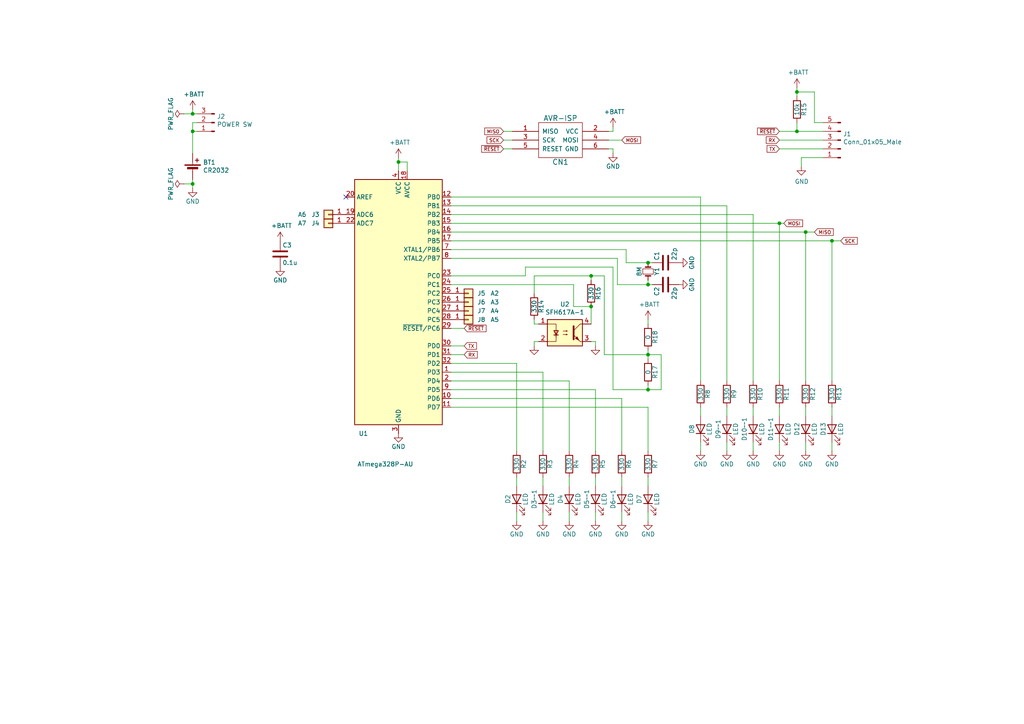
<source format=kicad_sch>
(kicad_sch (version 20230121) (generator eeschema)
  (paper "A4")
  (lib_symbols
    (symbol "Connector_Generic:Conn_01x01" (pin_names (offset 1.016) hide)
      (property "Reference" "J" (at 0 2.54 0))
      (property "Value" "Conn_01x01" (at 0 -2.54 0))
      (symbol "Conn_01x01_1_1"
        (rectangle (start -1.27 0.127) (end 0 -0.127) (stroke (width 0.1524)))
        (rectangle (start -1.27 1.27) (end 1.27 -1.27) (stroke (width 0.254)) (fill (type background)))
        (pin passive line (at -5.08 0 0) (length 3.81) (name "Pin_1") (number "1"))
      )
    )
    (symbol "Device:Battery_Cell" (pin_numbers hide) (pin_names (offset 0) hide)
      (property "Reference" "BT" (at 2.54 2.54 0))
      (property "Value" "Battery_Cell" (at 2.54 0 0))
      (symbol "Battery_Cell_0_1"
        (rectangle (start -2.286 1.778) (end 2.286 1.524) (fill (type outline)))
        (rectangle (start -1.524 1.016) (end 1.524 0.508) (fill (type outline)))
        (polyline (pts (xy 0 0.762) (xy 0 0)))
        (polyline (pts (xy 0 1.778) (xy 0 2.54)))
        (polyline (pts (xy 0.762 3.048) (xy 1.778 3.048)) (stroke (width 0.254)))
        (polyline (pts (xy 1.27 3.556) (xy 1.27 2.54)) (stroke (width 0.254)))
      )
      (symbol "Battery_Cell_1_1"
        (pin passive line (at 0 5.08 270) (length 2.54) (name "+") (number "1"))
        (pin passive line (at 0 -2.54 90) (length 2.54) (name "-") (number "2"))
      )
    )
    (symbol "Device:C" (pin_numbers hide) (pin_names (offset 0.254))
      (property "Reference" "C" (at 0.635 2.54 0))
      (property "Value" "C" (at 0.635 -2.54 0))
      (symbol "C_0_1"
        (polyline (pts (xy -2.032 -0.762) (xy 2.032 -0.762)) (stroke (width 0.508)))
        (polyline (pts (xy -2.032 0.762) (xy 2.032 0.762)) (stroke (width 0.508)))
      )
      (symbol "C_1_1"
        (pin passive line (at 0 3.81 270) (length 2.794) (name "~") (number "1"))
        (pin passive line (at 0 -3.81 90) (length 2.794) (name "~") (number "2"))
      )
    )
    (symbol "Device:Crystal_Small" (pin_numbers hide) (pin_names (offset 1.016) hide)
      (property "Reference" "Y" (at 0 2.54 0))
      (property "Value" "Crystal_Small" (at 0 -2.54 0))
      (symbol "Crystal_Small_0_1"
        (rectangle (start -0.762 -1.524) (end 0.762 1.524))
        (polyline (pts (xy -1.27 -0.762) (xy -1.27 0.762)) (stroke (width 0.381)))
        (polyline (pts (xy 1.27 -0.762) (xy 1.27 0.762)) (stroke (width 0.381)))
      )
      (symbol "Crystal_Small_1_1"
        (pin passive line (at -2.54 0 0) (length 1.27) (name "1") (number "1"))
        (pin passive line (at 2.54 0 180) (length 1.27) (name "2") (number "2"))
      )
    )
    (symbol "Device:LED" (pin_numbers hide) (pin_names (offset 1.016) hide)
      (property "Reference" "D" (at 0 2.54 0))
      (property "Value" "LED" (at 0 -2.54 0))
      (symbol "LED_0_1"
        (polyline (pts (xy -1.27 -1.27) (xy -1.27 1.27)) (stroke (width 0.254)))
        (polyline (pts (xy -1.27 0) (xy 1.27 0)))
        (polyline (pts (xy 1.27 -1.27) (xy 1.27 1.27) (xy -1.27 0) (xy 1.27 -1.27)) (stroke (width 0.254)))
        (polyline (pts (xy -3.048 -0.762) (xy -4.572 -2.286) (xy -3.81 -2.286) (xy -4.572 -2.286) (xy -4.572 -1.524)))
        (polyline (pts (xy -1.778 -0.762) (xy -3.302 -2.286) (xy -2.54 -2.286) (xy -3.302 -2.286) (xy -3.302 -1.524)))
      )
      (symbol "LED_1_1"
        (pin passive line (at -3.81 0 0) (length 2.54) (name "K") (number "1"))
        (pin passive line (at 3.81 0 180) (length 2.54) (name "A") (number "2"))
      )
    )
    (symbol "Device:R" (pin_numbers hide) (pin_names (offset 0))
      (property "Reference" "R" (at 2.032 0 90))
      (property "Value" "R" (at 0 0 90))
      (symbol "R_0_1"
        (rectangle (start -1.016 -2.54) (end 1.016 2.54) (stroke (width 0.254)))
      )
      (symbol "R_1_1"
        (pin passive line (at 0 3.81 270) (length 1.27) (name "~") (number "1"))
        (pin passive line (at 0 -3.81 90) (length 1.27) (name "~") (number "2"))
      )
    )
    (symbol "Isolator:SFH617A-1" (pin_names (offset 1.016))
      (property "Reference" "U" (at -5.08 5.08 0))
      (property "Value" "SFH617A-1" (at 0 5.08 0))
      (symbol "SFH617A-1_0_1"
        (rectangle (start -5.08 3.81) (end 5.08 -3.81) (stroke (width 0.254)) (fill (type background)))
        (polyline (pts (xy -3.175 -0.635) (xy -1.905 -0.635)) (stroke (width 0.254)))
        (polyline (pts (xy 2.54 0.635) (xy 4.445 2.54)))
        (polyline (pts (xy 4.445 -2.54) (xy 2.54 -0.635)) (fill (type outline)))
        (polyline (pts (xy 4.445 -2.54) (xy 5.08 -2.54)))
        (polyline (pts (xy 4.445 2.54) (xy 5.08 2.54)))
        (polyline (pts (xy -2.54 -0.635) (xy -2.54 -2.54) (xy -5.08 -2.54)))
        (polyline (pts (xy 2.54 1.905) (xy 2.54 -1.905) (xy 2.54 -1.905)) (stroke (width 0.508)))
        (polyline (pts (xy -5.08 2.54) (xy -2.54 2.54) (xy -2.54 -1.27) (xy -2.54 0.635)))
        (polyline (pts (xy -2.54 -0.635) (xy -3.175 0.635) (xy -1.905 0.635) (xy -2.54 -0.635)) (stroke (width 0.254)))
        (polyline (pts (xy -0.508 -0.508) (xy 0.762 -0.508) (xy 0.381 -0.635) (xy 0.381 -0.381) (xy 0.762 -0.508)))
        (polyline (pts (xy -0.508 0.508) (xy 0.762 0.508) (xy 0.381 0.381) (xy 0.381 0.635) (xy 0.762 0.508)))
        (polyline (pts (xy 3.048 -1.651) (xy 3.556 -1.143) (xy 4.064 -2.159) (xy 3.048 -1.651) (xy 3.048 -1.651)) (fill (type outline)))
      )
      (symbol "SFH617A-1_1_1"
        (pin passive line (at -7.62 2.54 0) (length 2.54) (name "~") (number "1"))
        (pin passive line (at -7.62 -2.54 0) (length 2.54) (name "~") (number "2"))
        (pin passive line (at 7.62 -2.54 180) (length 2.54) (name "~") (number "3"))
        (pin passive line (at 7.62 2.54 180) (length 2.54) (name "~") (number "4"))
      )
    )
    (symbol "coaster-rescue:ATmega328P-AU-MCU_Microchip_ATmega"
      (property "Reference" "U" (at -12.7 36.83 0))
      (property "Value" "ATmega328P-AU-MCU_Microchip_ATmega" (at 2.54 -36.83 0))
      (symbol "ATmega328P-AU-MCU_Microchip_ATmega_0_1"
        (rectangle (start -12.7 -35.56) (end 12.7 35.56) (stroke (width 0.254)) (fill (type background)))
      )
      (symbol "ATmega328P-AU-MCU_Microchip_ATmega_1_1"
        (pin bidirectional line (at 15.24 -20.32 180) (length 2.54) (name "PD3") (number "1"))
        (pin bidirectional line (at 15.24 -27.94 180) (length 2.54) (name "PD6") (number "10"))
        (pin bidirectional line (at 15.24 -30.48 180) (length 2.54) (name "PD7") (number "11"))
        (pin bidirectional line (at 15.24 30.48 180) (length 2.54) (name "PB0") (number "12"))
        (pin bidirectional line (at 15.24 27.94 180) (length 2.54) (name "PB1") (number "13"))
        (pin bidirectional line (at 15.24 25.4 180) (length 2.54) (name "PB2") (number "14"))
        (pin bidirectional line (at 15.24 22.86 180) (length 2.54) (name "PB3") (number "15"))
        (pin bidirectional line (at 15.24 20.32 180) (length 2.54) (name "PB4") (number "16"))
        (pin bidirectional line (at 15.24 17.78 180) (length 2.54) (name "PB5") (number "17"))
        (pin power_in line (at 2.54 38.1 270) (length 2.54) (name "AVCC") (number "18"))
        (pin input line (at -15.24 25.4 0) (length 2.54) (name "ADC6") (number "19"))
        (pin bidirectional line (at 15.24 -22.86 180) (length 2.54) (name "PD4") (number "2"))
        (pin input line (at -15.24 30.48 0) (length 2.54) (name "AREF") (number "20"))
        (pin passive line (at 0 -38.1 90) (length 2.54) hide (name "GND") (number "21"))
        (pin input line (at -15.24 22.86 0) (length 2.54) (name "ADC7") (number "22"))
        (pin bidirectional line (at 15.24 7.62 180) (length 2.54) (name "PC0") (number "23"))
        (pin bidirectional line (at 15.24 5.08 180) (length 2.54) (name "PC1") (number "24"))
        (pin bidirectional line (at 15.24 2.54 180) (length 2.54) (name "PC2") (number "25"))
        (pin bidirectional line (at 15.24 0 180) (length 2.54) (name "PC3") (number "26"))
        (pin bidirectional line (at 15.24 -2.54 180) (length 2.54) (name "PC4") (number "27"))
        (pin bidirectional line (at 15.24 -5.08 180) (length 2.54) (name "PC5") (number "28"))
        (pin bidirectional line (at 15.24 -7.62 180) (length 2.54) (name "~{RESET}/PC6") (number "29"))
        (pin power_in line (at 0 -38.1 90) (length 2.54) (name "GND") (number "3"))
        (pin bidirectional line (at 15.24 -12.7 180) (length 2.54) (name "PD0") (number "30"))
        (pin bidirectional line (at 15.24 -15.24 180) (length 2.54) (name "PD1") (number "31"))
        (pin bidirectional line (at 15.24 -17.78 180) (length 2.54) (name "PD2") (number "32"))
        (pin power_in line (at 0 38.1 270) (length 2.54) (name "VCC") (number "4"))
        (pin passive line (at 0 -38.1 90) (length 2.54) hide (name "GND") (number "5"))
        (pin passive line (at 0 38.1 270) (length 2.54) hide (name "VCC") (number "6"))
        (pin bidirectional line (at 15.24 15.24 180) (length 2.54) (name "XTAL1/PB6") (number "7"))
        (pin bidirectional line (at 15.24 12.7 180) (length 2.54) (name "XTAL2/PB7") (number "8"))
        (pin bidirectional line (at 15.24 -25.4 180) (length 2.54) (name "PD5") (number "9"))
      )
    )
    (symbol "coaster-rescue:AVR-ISP-mylib" (pin_names (offset 1.016))
      (property "Reference" "CN" (at 2.54 -2.54 0))
      (property "Value" "mylib:AVR-ISP" (at 2.54 10.16 0))
      (symbol "AVR-ISP-mylib_0_1"
        (rectangle (start 8.89 8.89) (end -3.81 -1.27))
      )
      (symbol "AVR-ISP-mylib_1_1"
        (pin bidirectional line (at -11.43 6.35 0) (length 7.62) (name "MISO") (number "1"))
        (pin power_in line (at 16.51 6.35 180) (length 7.62) (name "VCC") (number "2"))
        (pin bidirectional line (at -11.43 3.81 0) (length 7.62) (name "SCK") (number "3"))
        (pin bidirectional line (at 16.51 3.81 180) (length 7.62) (name "MOSI") (number "4"))
        (pin bidirectional line (at -11.43 1.27 0) (length 7.62) (name "RESET") (number "5"))
        (pin power_in line (at 16.51 1.27 180) (length 7.62) (name "GND") (number "6"))
      )
    )
    (symbol "coaster-rescue:Conn_01x03_Male-Connector" (pin_names (offset 1.016) hide)
      (property "Reference" "J" (at 0 5.08 0))
      (property "Value" "Connector:Conn_01x03_Male" (at 0 -5.08 0))
      (symbol "Conn_01x03_Male-Connector_1_1"
        (polyline (pts (xy 1.27 -2.54) (xy 0.8636 -2.54)) (stroke (width 0.1524)))
        (polyline (pts (xy 1.27 0) (xy 0.8636 0)) (stroke (width 0.1524)))
        (polyline (pts (xy 1.27 2.54) (xy 0.8636 2.54)) (stroke (width 0.1524)))
        (rectangle (start 0.8636 -2.413) (end 0 -2.667) (stroke (width 0.1524)) (fill (type outline)))
        (rectangle (start 0.8636 0.127) (end 0 -0.127) (stroke (width 0.1524)) (fill (type outline)))
        (rectangle (start 0.8636 2.667) (end 0 2.413) (stroke (width 0.1524)) (fill (type outline)))
        (pin passive line (at 5.08 2.54 180) (length 3.81) (name "Pin_1") (number "1"))
        (pin passive line (at 5.08 0 180) (length 3.81) (name "Pin_2") (number "2"))
        (pin passive line (at 5.08 -2.54 180) (length 3.81) (name "Pin_3") (number "3"))
      )
    )
    (symbol "coaster-rescue:Conn_01x05_Male-Connector" (pin_names (offset 1.016) hide)
      (property "Reference" "J" (at 0 7.62 0))
      (property "Value" "Connector:Conn_01x05_Male" (at 0 -7.62 0))
      (symbol "Conn_01x05_Male-Connector_1_1"
        (polyline (pts (xy 1.27 -5.08) (xy 0.8636 -5.08)) (stroke (width 0.1524)))
        (polyline (pts (xy 1.27 -2.54) (xy 0.8636 -2.54)) (stroke (width 0.1524)))
        (polyline (pts (xy 1.27 0) (xy 0.8636 0)) (stroke (width 0.1524)))
        (polyline (pts (xy 1.27 2.54) (xy 0.8636 2.54)) (stroke (width 0.1524)))
        (polyline (pts (xy 1.27 5.08) (xy 0.8636 5.08)) (stroke (width 0.1524)))
        (rectangle (start 0.8636 -4.953) (end 0 -5.207) (stroke (width 0.1524)) (fill (type outline)))
        (rectangle (start 0.8636 -2.413) (end 0 -2.667) (stroke (width 0.1524)) (fill (type outline)))
        (rectangle (start 0.8636 0.127) (end 0 -0.127) (stroke (width 0.1524)) (fill (type outline)))
        (rectangle (start 0.8636 2.667) (end 0 2.413) (stroke (width 0.1524)) (fill (type outline)))
        (rectangle (start 0.8636 5.207) (end 0 4.953) (stroke (width 0.1524)) (fill (type outline)))
        (pin passive line (at 5.08 5.08 180) (length 3.81) (name "Pin_1") (number "1"))
        (pin passive line (at 5.08 2.54 180) (length 3.81) (name "Pin_2") (number "2"))
        (pin passive line (at 5.08 0 180) (length 3.81) (name "Pin_3") (number "3"))
        (pin passive line (at 5.08 -2.54 180) (length 3.81) (name "Pin_4") (number "4"))
        (pin passive line (at 5.08 -5.08 180) (length 3.81) (name "Pin_5") (number "5"))
      )
    )
    (symbol "power:+BATT" (power) (pin_names (offset 0))
      (property "Value" "+BATT" (at 0 3.556 0))
      (symbol "+BATT_0_1"
        (polyline (pts (xy -0.762 1.27) (xy 0 2.54)))
        (polyline (pts (xy 0 0) (xy 0 2.54)))
        (polyline (pts (xy 0 2.54) (xy 0.762 1.27)))
      )
      (symbol "+BATT_1_1"
        (pin power_in line (at 0 0 90) (length 0) hide (name "+BATT") (number "1"))
      )
    )
    (symbol "power:GND" (power) (pin_names (offset 0))
      (property "Value" "GND" (at 0 -3.81 0))
      (symbol "GND_0_1"
        (polyline (pts (xy 0 0) (xy 0 -1.27) (xy 1.27 -1.27) (xy 0 -2.54) (xy -1.27 -1.27) (xy 0 -1.27)))
      )
      (symbol "GND_1_1"
        (pin power_in line (at 0 0 270) (length 0) hide (name "GND") (number "1"))
      )
    )
    (symbol "power:PWR_FLAG" (power) (pin_numbers hide) (pin_names (offset 0) hide)
      (property "Value" "PWR_FLAG" (at 0 3.81 0))
      (symbol "PWR_FLAG_0_0"
        (pin power_out line (at 0 0 90) (length 0) (name "pwr") (number "1"))
      )
      (symbol "PWR_FLAG_0_1"
        (polyline (pts (xy 0 0) (xy 0 1.27) (xy -1.016 1.905) (xy 0 2.54) (xy 1.016 1.905) (xy 0 1.27)))
      )
    )
  )
  (junction (at 171.45 88.9))
  (junction (at 171.45 80.01))
  (junction (at 55.88 53.34))
  (junction (at 231.14 26.67))
  (junction (at 55.88 33.02))
  (junction (at 233.68 67.31))
  (junction (at 231.14 38.1))
  (junction (at 115.57 46.99))
  (junction (at 187.96 113.03))
  (junction (at 55.88 38.1))
  (junction (at 187.96 82.55))
  (junction (at 187.96 102.87))
  (junction (at 241.3 69.85))
  (junction (at 226.06 64.77))
  (junction (at 187.96 76.2))
  (no_connect (at 100.33 57.15))
  (wire (pts (xy 231.14 25.4) (xy 231.14 26.67)))
  (wire (pts (xy 226.06 43.18) (xy 238.76 43.18)))
  (wire (pts (xy 130.81 115.57) (xy 180.34 115.57)))
  (wire (pts (xy 172.72 99.06) (xy 172.72 100.33)))
  (wire (pts (xy 231.14 26.67) (xy 236.22 26.67)))
  (wire (pts (xy 177.8 44.45) (xy 177.8 43.18)))
  (wire (pts (xy 154.94 100.33) (xy 154.94 99.06)))
  (wire (pts (xy 53.34 33.02) (xy 55.88 33.02)))
  (wire (pts (xy 241.3 120.65) (xy 241.3 118.11)))
  (wire (pts (xy 149.86 140.97) (xy 149.86 138.43)))
  (wire (pts (xy 232.41 45.72) (xy 238.76 45.72)))
  (wire (pts (xy 231.14 26.67) (xy 231.14 27.94)))
  (wire (pts (xy 171.45 80.01) (xy 154.94 80.01)))
  (wire (pts (xy 181.61 76.2) (xy 187.96 76.2)))
  (wire (pts (xy 187.96 102.87) (xy 175.26 102.87)))
  (wire (pts (xy 177.8 113.03) (xy 187.96 113.03)))
  (wire (pts (xy 187.96 82.55) (xy 189.23 82.55)))
  (wire (pts (xy 236.22 35.56) (xy 238.76 35.56)))
  (wire (pts (xy 154.94 92.71) (xy 154.94 93.98)))
  (wire (pts (xy 236.22 67.31) (xy 233.68 67.31)))
  (wire (pts (xy 148.59 43.18) (xy 146.05 43.18)))
  (wire (pts (xy 233.68 130.81) (xy 233.68 128.27)))
  (wire (pts (xy 187.96 140.97) (xy 187.96 138.43)))
  (wire (pts (xy 172.72 140.97) (xy 172.72 138.43)))
  (wire (pts (xy 179.07 74.93) (xy 179.07 82.55)))
  (wire (pts (xy 180.34 151.13) (xy 180.34 148.59)))
  (wire (pts (xy 148.59 38.1) (xy 146.05 38.1)))
  (wire (pts (xy 187.96 82.55) (xy 187.96 81.28)))
  (wire (pts (xy 187.96 102.87) (xy 187.96 101.6)))
  (wire (pts (xy 166.37 88.9) (xy 171.45 88.9)))
  (wire (pts (xy 148.59 40.64) (xy 146.05 40.64)))
  (wire (pts (xy 152.4 77.47) (xy 177.8 77.47)))
  (wire (pts (xy 226.06 64.77) (xy 227.33 64.77)))
  (wire (pts (xy 149.86 105.41) (xy 130.81 105.41)))
  (wire (pts (xy 130.81 74.93) (xy 179.07 74.93)))
  (wire (pts (xy 57.15 38.1) (xy 55.88 38.1)))
  (wire (pts (xy 241.3 69.85) (xy 130.81 69.85)))
  (wire (pts (xy 55.88 35.56) (xy 57.15 35.56)))
  (wire (pts (xy 165.1 140.97) (xy 165.1 138.43)))
  (wire (pts (xy 134.62 100.33) (xy 130.81 100.33)))
  (wire (pts (xy 115.57 46.99) (xy 118.11 46.99)))
  (wire (pts (xy 165.1 151.13) (xy 165.1 148.59)))
  (wire (pts (xy 166.37 82.55) (xy 166.37 88.9)))
  (wire (pts (xy 154.94 80.01) (xy 154.94 85.09)))
  (wire (pts (xy 130.81 110.49) (xy 165.1 110.49)))
  (wire (pts (xy 187.96 102.87) (xy 191.77 102.87)))
  (wire (pts (xy 203.2 120.65) (xy 203.2 118.11)))
  (wire (pts (xy 165.1 110.49) (xy 165.1 130.81)))
  (wire (pts (xy 130.81 82.55) (xy 166.37 82.55)))
  (wire (pts (xy 187.96 151.13) (xy 187.96 148.59)))
  (wire (pts (xy 187.96 113.03) (xy 187.96 111.76)))
  (wire (pts (xy 203.2 130.81) (xy 203.2 128.27)))
  (wire (pts (xy 233.68 67.31) (xy 233.68 110.49)))
  (wire (pts (xy 241.3 69.85) (xy 241.3 110.49)))
  (wire (pts (xy 203.2 57.15) (xy 130.81 57.15)))
  (wire (pts (xy 231.14 38.1) (xy 238.76 38.1)))
  (wire (pts (xy 203.2 57.15) (xy 203.2 110.49)))
  (wire (pts (xy 241.3 130.81) (xy 241.3 128.27)))
  (wire (pts (xy 118.11 46.99) (xy 118.11 49.53)))
  (wire (pts (xy 130.81 64.77) (xy 226.06 64.77)))
  (wire (pts (xy 180.34 40.64) (xy 176.53 40.64)))
  (wire (pts (xy 226.06 64.77) (xy 226.06 110.49)))
  (wire (pts (xy 218.44 62.23) (xy 218.44 110.49)))
  (wire (pts (xy 154.94 93.98) (xy 156.21 93.98)))
  (wire (pts (xy 157.48 140.97) (xy 157.48 138.43)))
  (wire (pts (xy 181.61 76.2) (xy 181.61 72.39)))
  (wire (pts (xy 55.88 38.1) (xy 55.88 35.56)))
  (wire (pts (xy 233.68 120.65) (xy 233.68 118.11)))
  (wire (pts (xy 171.45 81.28) (xy 171.45 80.01)))
  (wire (pts (xy 130.81 118.11) (xy 187.96 118.11)))
  (wire (pts (xy 187.96 104.14) (xy 187.96 102.87)))
  (wire (pts (xy 130.81 102.87) (xy 134.62 102.87)))
  (wire (pts (xy 172.72 113.03) (xy 172.72 130.81)))
  (wire (pts (xy 53.34 53.34) (xy 55.88 53.34)))
  (wire (pts (xy 130.81 80.01) (xy 152.4 80.01)))
  (wire (pts (xy 157.48 107.95) (xy 130.81 107.95)))
  (wire (pts (xy 180.34 115.57) (xy 180.34 130.81)))
  (wire (pts (xy 233.68 67.31) (xy 130.81 67.31)))
  (wire (pts (xy 231.14 35.56) (xy 231.14 38.1)))
  (wire (pts (xy 177.8 77.47) (xy 177.8 113.03)))
  (wire (pts (xy 55.88 33.02) (xy 57.15 33.02)))
  (wire (pts (xy 177.8 38.1) (xy 177.8 36.83)))
  (wire (pts (xy 115.57 45.72) (xy 115.57 46.99)))
  (wire (pts (xy 187.96 92.71) (xy 187.96 93.98)))
  (wire (pts (xy 191.77 113.03) (xy 187.96 113.03)))
  (wire (pts (xy 130.81 62.23) (xy 218.44 62.23)))
  (wire (pts (xy 180.34 140.97) (xy 180.34 138.43)))
  (wire (pts (xy 175.26 102.87) (xy 175.26 80.01)))
  (wire (pts (xy 152.4 80.01) (xy 152.4 77.47)))
  (wire (pts (xy 149.86 151.13) (xy 149.86 148.59)))
  (wire (pts (xy 232.41 48.26) (xy 232.41 45.72)))
  (wire (pts (xy 210.82 120.65) (xy 210.82 118.11)))
  (wire (pts (xy 55.88 31.75) (xy 55.88 33.02)))
  (wire (pts (xy 171.45 88.9) (xy 171.45 93.98)))
  (wire (pts (xy 55.88 53.34) (xy 55.88 52.07)))
  (wire (pts (xy 157.48 107.95) (xy 157.48 130.81)))
  (wire (pts (xy 149.86 105.41) (xy 149.86 130.81)))
  (wire (pts (xy 181.61 72.39) (xy 130.81 72.39)))
  (wire (pts (xy 226.06 40.64) (xy 238.76 40.64)))
  (wire (pts (xy 226.06 38.1) (xy 231.14 38.1)))
  (wire (pts (xy 210.82 59.69) (xy 210.82 110.49)))
  (wire (pts (xy 218.44 120.65) (xy 218.44 118.11)))
  (wire (pts (xy 55.88 44.45) (xy 55.88 38.1)))
  (wire (pts (xy 55.88 54.61) (xy 55.88 53.34)))
  (wire (pts (xy 130.81 95.25) (xy 134.62 95.25)))
  (wire (pts (xy 176.53 38.1) (xy 177.8 38.1)))
  (wire (pts (xy 177.8 43.18) (xy 176.53 43.18)))
  (wire (pts (xy 179.07 82.55) (xy 187.96 82.55)))
  (wire (pts (xy 115.57 46.99) (xy 115.57 49.53)))
  (wire (pts (xy 210.82 130.81) (xy 210.82 128.27)))
  (wire (pts (xy 236.22 26.67) (xy 236.22 35.56)))
  (wire (pts (xy 187.96 76.2) (xy 189.23 76.2)))
  (wire (pts (xy 191.77 102.87) (xy 191.77 113.03)))
  (wire (pts (xy 243.84 69.85) (xy 241.3 69.85)))
  (wire (pts (xy 172.72 151.13) (xy 172.72 148.59)))
  (wire (pts (xy 130.81 113.03) (xy 172.72 113.03)))
  (wire (pts (xy 187.96 118.11) (xy 187.96 130.81)))
  (wire (pts (xy 157.48 151.13) (xy 157.48 148.59)))
  (wire (pts (xy 171.45 99.06) (xy 172.72 99.06)))
  (wire (pts (xy 226.06 130.81) (xy 226.06 128.27)))
  (wire (pts (xy 210.82 59.69) (xy 130.81 59.69)))
  (wire (pts (xy 154.94 99.06) (xy 156.21 99.06)))
  (wire (pts (xy 226.06 120.65) (xy 226.06 118.11)))
  (wire (pts (xy 175.26 80.01) (xy 171.45 80.01)))
  (wire (pts (xy 218.44 130.81) (xy 218.44 128.27)))
  (global_label "MISO" (shape input) (at 146.05 38.1 180) (effects (font (size 0.9906 0.9906))) (property "Intersheetrefs" "${INTERSHEET_REFS}" (effects hide)))
  (global_label "RX" (shape input) (at 226.06 40.64 180) (effects (font (size 0.9906 0.9906))) (property "Intersheetrefs" "${INTERSHEET_REFS}" (effects hide)))
  (global_label "SCK" (shape input) (at 243.84 69.85 0) (effects (font (size 0.9906 0.9906))) (property "Intersheetrefs" "${INTERSHEET_REFS}" (effects hide)))
  (global_label "~{RESET}" (shape input) (at 146.05 43.18 180) (effects (font (size 0.9906 0.9906))) (property "Intersheetrefs" "${INTERSHEET_REFS}" (effects hide)))
  (global_label "SCK" (shape input) (at 146.05 40.64 180) (effects (font (size 0.9906 0.9906))) (property "Intersheetrefs" "${INTERSHEET_REFS}" (effects hide)))
  (global_label "MOSI" (shape input) (at 180.34 40.64 0) (effects (font (size 0.9906 0.9906))) (property "Intersheetrefs" "${INTERSHEET_REFS}" (effects hide)))
  (global_label "~{RESET}" (shape input) (at 134.62 95.25 0) (effects (font (size 0.9906 0.9906))) (property "Intersheetrefs" "${INTERSHEET_REFS}" (effects hide)))
  (global_label "TX" (shape input) (at 226.06 43.18 180) (effects (font (size 0.9906 0.9906))) (property "Intersheetrefs" "${INTERSHEET_REFS}" (effects hide)))
  (global_label "MOSI" (shape input) (at 227.33 64.77 0) (effects (font (size 0.9906 0.9906))) (property "Intersheetrefs" "${INTERSHEET_REFS}" (effects hide)))
  (global_label "~{RESET}" (shape input) (at 226.06 38.1 180) (effects (font (size 0.9906 0.9906))) (property "Intersheetrefs" "${INTERSHEET_REFS}" (effects hide)))
  (global_label "TX" (shape input) (at 134.62 100.33 0) (effects (font (size 0.9906 0.9906))) (property "Intersheetrefs" "${INTERSHEET_REFS}" (effects hide)))
  (global_label "MISO" (shape input) (at 236.22 67.31 0) (effects (font (size 0.9906 0.9906))) (property "Intersheetrefs" "${INTERSHEET_REFS}" (effects hide)))
  (global_label "RX" (shape input) (at 134.62 102.87 0) (effects (font (size 0.9906 0.9906))) (property "Intersheetrefs" "${INTERSHEET_REFS}" (effects hide)))
  (symbol (lib_id "Device:Crystal_Small") (at 187.96 78.74 270) (unit 1)
    (property "Reference" "Y1" (at 190.5 78.74 0))
    (property "Value" "8M" (at 185.42 78.74 0))
    (property "Footprint" "Crystals:Crystal_SMD_EuroQuartz_MQ2-2pin_7.0x5.0mm" (effects hide))
  )
  (symbol (lib_id "Device:C") (at 193.04 82.55 90) (mirror x) (unit 1)
    (property "Reference" "C2" (at 190.5 83.185 0) (effects (justify left)))
    (property "Value" "22p" (at 195.58 83.185 0) (effects (justify left)))
    (property "Footprint" "Capacitors_SMD:C_0603_HandSoldering" (effects hide))
  )
  (symbol (lib_id "Device:C") (at 193.04 76.2 90) (unit 1)
    (property "Reference" "C1" (at 190.5 75.565 0) (effects (justify left)))
    (property "Value" "22p" (at 195.58 75.565 0) (effects (justify left)))
    (property "Footprint" "Capacitors_SMD:C_0603_HandSoldering" (effects hide))
  )
  (symbol (lib_id "power:GND") (at 196.85 82.55 90) (unit 1)
    (property "Reference" "#PWR010" (effects hide))
    (property "Value" "GND" (at 200.66 82.55 0))
  )
  (symbol (lib_id "power:GND") (at 196.85 76.2 90) (unit 1)
    (property "Reference" "#PWR011" (effects hide))
    (property "Value" "GND" (at 200.66 76.2 0))
  )
  (symbol (lib_id "Device:R") (at 157.48 134.62 0) (unit 1)
    (property "Reference" "R3" (at 159.512 134.62 90))
    (property "Value" "330" (at 157.48 134.62 90))
    (property "Footprint" "Resistors_SMD:R_0603_HandSoldering" (effects hide))
  )
  (symbol (lib_id "Device:LED") (at 157.48 144.78 90) (unit 1)
    (property "Reference" "D3~~1" (at 154.94 144.78 0))
    (property "Value" "LED" (at 160.02 144.78 0))
    (property "Footprint" "LEDs:LED_0603_HandSoldering" (effects hide))
  )
  (symbol (lib_id "power:GND") (at 157.48 151.13 0) (unit 1)
    (property "Reference" "#PWR014" (effects hide))
    (property "Value" "GND" (at 157.48 154.94 0))
  )
  (symbol (lib_id "coaster-rescue:AVR-ISP-mylib") (at 160.02 44.45 0) (unit 1)
    (property "Reference" "CN1" (at 162.56 46.99 0) (effects (font (size 1.524 1.524))))
    (property "Value" "AVR-ISP" (at 162.56 34.29 0) (effects (font (size 1.524 1.524))))
    (property "Footprint" "Pin_Headers:Pin_Header_Straight_2x03_Pitch2.54mm" (effects hide))
  )
  (symbol (lib_id "power:GND") (at 177.8 44.45 0) (unit 1)
    (property "Reference" "#PWR015" (effects hide))
    (property "Value" "GND" (at 177.8 48.26 0))
  )
  (symbol (lib_id "Device:R") (at 172.72 134.62 0) (unit 1)
    (property "Reference" "R5" (at 174.752 134.62 90))
    (property "Value" "330" (at 172.72 134.62 90))
    (property "Footprint" "Resistors_SMD:R_0603_HandSoldering" (effects hide))
  )
  (symbol (lib_id "Device:LED") (at 172.72 144.78 90) (unit 1)
    (property "Reference" "D5~~1" (at 170.18 144.78 0))
    (property "Value" "LED" (at 175.26 144.78 0))
    (property "Footprint" "LEDs:LED_0603_HandSoldering" (effects hide))
  )
  (symbol (lib_id "power:GND") (at 172.72 151.13 0) (unit 1)
    (property "Reference" "#PWR019" (effects hide))
    (property "Value" "GND" (at 172.72 154.94 0))
  )
  (symbol (lib_id "Device:R") (at 165.1 134.62 0) (unit 1)
    (property "Reference" "R4" (at 167.132 134.62 90))
    (property "Value" "330" (at 165.1 134.62 90))
    (property "Footprint" "Resistors_SMD:R_0603_HandSoldering" (effects hide))
  )
  (symbol (lib_id "Device:LED") (at 165.1 144.78 90) (unit 1)
    (property "Reference" "D4" (at 162.56 144.78 0))
    (property "Value" "LED" (at 167.64 144.78 0))
    (property "Footprint" "LEDs:LED_0603_HandSoldering" (effects hide))
  )
  (symbol (lib_id "power:GND") (at 165.1 151.13 0) (unit 1)
    (property "Reference" "#PWR021" (effects hide))
    (property "Value" "GND" (at 165.1 154.94 0))
  )
  (symbol (lib_id "Device:R") (at 149.86 134.62 0) (unit 1)
    (property "Reference" "R2" (at 151.892 134.62 90))
    (property "Value" "330" (at 149.86 134.62 90))
    (property "Footprint" "Resistors_SMD:R_0603_HandSoldering" (effects hide))
  )
  (symbol (lib_id "Device:LED") (at 149.86 144.78 90) (unit 1)
    (property "Reference" "D2" (at 147.32 144.78 0))
    (property "Value" "LED" (at 152.4 144.78 0))
    (property "Footprint" "LEDs:LED_0603_HandSoldering" (effects hide))
  )
  (symbol (lib_id "power:GND") (at 149.86 151.13 0) (unit 1)
    (property "Reference" "#PWR023" (effects hide))
    (property "Value" "GND" (at 149.86 154.94 0))
  )
  (symbol (lib_id "Device:C") (at 81.28 73.66 0) (unit 1)
    (property "Reference" "C3" (at 81.915 71.12 0) (effects (justify left)))
    (property "Value" "0.1u" (at 81.915 76.2 0) (effects (justify left)))
    (property "Footprint" "Capacitors_SMD:C_0603_HandSoldering" (effects hide))
  )
  (symbol (lib_id "power:GND") (at 81.28 77.47 0) (unit 1)
    (property "Reference" "#PWR031" (effects hide))
    (property "Value" "GND" (at 81.28 81.28 0))
  )
  (symbol (lib_id "coaster-rescue:ATmega328P-AU-MCU_Microchip_ATmega") (at 115.57 87.63 0) (unit 1)
    (property "Reference" "U1" (at 105.41 125.73 0))
    (property "Value" "ATmega328P-AU" (at 111.76 134.62 0))
    (property "Footprint" "Housings_QFP:TQFP-32_7x7mm_Pitch0.8mm" (effects hide))
    (property "Datasheet" "http://ww1.microchip.com/downloads/en/DeviceDoc/ATmega328_P%20AVR%20MCU%20with%20picoPower%20Technology%20Data%20Sheet%2040001984A.pdf" (effects hide))
  )
  (symbol (lib_id "power:GND") (at 115.57 125.73 0) (unit 1)
    (property "Reference" "#PWR0101" (effects hide))
    (property "Value" "GND" (at 115.57 129.54 0))
  )
  (symbol (lib_id "power:+BATT") (at 115.57 45.72 0) (unit 1)
    (property "Reference" "#PWR0102" (effects hide))
    (property "Value" "+BATT" (at 115.951 41.3258 0))
  )
  (symbol (lib_id "power:+BATT") (at 81.28 69.85 0) (unit 1)
    (property "Reference" "#PWR0103" (effects hide))
    (property "Value" "+BATT" (at 81.661 65.4558 0))
  )
  (symbol (lib_id "power:GND") (at 232.41 48.26 0) (unit 1)
    (property "Reference" "#PWR0104" (effects hide))
    (property "Value" "GND" (at 232.537 52.6542 0))
  )
  (symbol (lib_id "Device:R") (at 231.14 31.75 0) (unit 1)
    (property "Reference" "R15" (at 233.172 31.75 90))
    (property "Value" "10k" (at 231.14 31.75 90))
    (property "Footprint" "Resistors_SMD:R_0603_HandSoldering" (effects hide))
  )
  (symbol (lib_id "power:+BATT") (at 231.14 25.4 0) (unit 1)
    (property "Reference" "#PWR0105" (effects hide))
    (property "Value" "+BATT" (at 231.521 21.0058 0))
  )
  (symbol (lib_id "power:+BATT") (at 177.8 36.83 0) (unit 1)
    (property "Reference" "#PWR0106" (effects hide))
    (property "Value" "+BATT" (at 178.181 32.4358 0))
  )
  (symbol (lib_id "Connector_Generic:Conn_01x01") (at 135.89 85.09 0) (unit 1)
    (property "Reference" "J5" (at 138.43 85.09 0) (effects (justify left)))
    (property "Value" "A2" (at 142.24 85.09 0) (effects (justify left)))
    (property "Footprint" "Measurement_Points:Measurement_Point_Square-SMD-Pad_Big" (effects hide))
  )
  (symbol (lib_id "power:+BATT") (at 187.96 92.71 0) (unit 1)
    (property "Reference" "#PWR013" (effects hide))
    (property "Value" "+BATT" (at 188.341 88.3158 0))
  )
  (symbol (lib_id "Connector_Generic:Conn_01x01") (at 135.89 87.63 0) (unit 1)
    (property "Reference" "J6" (at 138.43 87.63 0) (effects (justify left)))
    (property "Value" "A3" (at 142.24 87.63 0) (effects (justify left)))
    (property "Footprint" "Measurement_Points:Measurement_Point_Square-SMD-Pad_Big" (effects hide))
  )
  (symbol (lib_id "Connector_Generic:Conn_01x01") (at 135.89 90.17 0) (unit 1)
    (property "Reference" "J7" (at 138.43 90.17 0) (effects (justify left)))
    (property "Value" "A4" (at 142.24 90.17 0) (effects (justify left)))
    (property "Footprint" "Measurement_Points:Measurement_Point_Square-SMD-Pad_Big" (effects hide))
  )
  (symbol (lib_id "Connector_Generic:Conn_01x01") (at 135.89 92.71 0) (unit 1)
    (property "Reference" "J8" (at 138.43 92.71 0) (effects (justify left)))
    (property "Value" "A5" (at 142.24 92.71 0) (effects (justify left)))
    (property "Footprint" "Measurement_Points:Measurement_Point_Square-SMD-Pad_Big" (effects hide))
  )
  (symbol (lib_id "Connector_Generic:Conn_01x01") (at 95.25 62.23 180) (unit 1)
    (property "Reference" "J3" (at 92.71 62.23 0) (effects (justify left)))
    (property "Value" "A6" (at 88.9 62.23 0) (effects (justify left)))
    (property "Footprint" "Measurement_Points:Measurement_Point_Square-SMD-Pad_Big" (effects hide))
  )
  (symbol (lib_id "Connector_Generic:Conn_01x01") (at 95.25 64.77 180) (unit 1)
    (property "Reference" "J4" (at 92.71 64.77 0) (effects (justify left)))
    (property "Value" "A7" (at 88.9 64.77 0) (effects (justify left)))
    (property "Footprint" "Measurement_Points:Measurement_Point_Square-SMD-Pad_Big" (effects hide))
  )
  (symbol (lib_id "Device:R") (at 180.34 134.62 0) (unit 1)
    (property "Reference" "R6" (at 182.372 134.62 90))
    (property "Value" "330" (at 180.34 134.62 90))
    (property "Footprint" "Resistors_SMD:R_0603_HandSoldering" (effects hide))
  )
  (symbol (lib_id "Device:LED") (at 180.34 144.78 90) (unit 1)
    (property "Reference" "D6~~1" (at 177.8 144.78 0))
    (property "Value" "LED" (at 182.88 144.78 0))
    (property "Footprint" "LEDs:LED_0603_HandSoldering" (effects hide))
  )
  (symbol (lib_id "power:GND") (at 180.34 151.13 0) (unit 1)
    (property "Reference" "#PWR0107" (effects hide))
    (property "Value" "GND" (at 180.34 154.94 0))
  )
  (symbol (lib_id "Device:R") (at 218.44 114.3 0) (unit 1)
    (property "Reference" "R10" (at 220.472 114.3 90))
    (property "Value" "330" (at 218.44 114.3 90))
    (property "Footprint" "Resistors_SMD:R_0603_HandSoldering" (effects hide))
  )
  (symbol (lib_id "Device:LED") (at 210.82 124.46 90) (unit 1)
    (property "Reference" "D9~~1" (at 208.28 124.46 0))
    (property "Value" "LED" (at 213.36 124.46 0))
    (property "Footprint" "LEDs:LED_0603_HandSoldering" (effects hide))
  )
  (symbol (lib_id "power:GND") (at 210.82 130.81 0) (unit 1)
    (property "Reference" "#PWR03" (effects hide))
    (property "Value" "GND" (at 210.82 134.62 0))
  )
  (symbol (lib_id "Device:R") (at 233.68 114.3 0) (unit 1)
    (property "Reference" "R12" (at 235.712 114.3 90))
    (property "Value" "330" (at 233.68 114.3 90))
    (property "Footprint" "Resistors_SMD:R_0603_HandSoldering" (effects hide))
  )
  (symbol (lib_id "Device:LED") (at 226.06 124.46 90) (unit 1)
    (property "Reference" "D11~~1" (at 223.52 124.46 0))
    (property "Value" "LED" (at 228.6 124.46 0))
    (property "Footprint" "LEDs:LED_0603_HandSoldering" (effects hide))
  )
  (symbol (lib_id "power:GND") (at 226.06 130.81 0) (unit 1)
    (property "Reference" "#PWR05" (effects hide))
    (property "Value" "GND" (at 226.06 134.62 0))
  )
  (symbol (lib_id "Device:R") (at 226.06 114.3 0) (unit 1)
    (property "Reference" "R11" (at 228.092 114.3 90))
    (property "Value" "330" (at 226.06 114.3 90))
    (property "Footprint" "Resistors_SMD:R_0603_HandSoldering" (effects hide))
  )
  (symbol (lib_id "Device:LED") (at 218.44 124.46 90) (unit 1)
    (property "Reference" "D10~~1" (at 215.9 124.46 0))
    (property "Value" "LED" (at 220.98 124.46 0))
    (property "Footprint" "LEDs:LED_0603_HandSoldering" (effects hide))
  )
  (symbol (lib_id "power:GND") (at 218.44 130.81 0) (unit 1)
    (property "Reference" "#PWR04" (effects hide))
    (property "Value" "GND" (at 218.44 134.62 0))
  )
  (symbol (lib_id "Device:R") (at 210.82 114.3 0) (unit 1)
    (property "Reference" "R9" (at 212.852 114.3 90))
    (property "Value" "330" (at 210.82 114.3 90))
    (property "Footprint" "Resistors_SMD:R_0603_HandSoldering" (effects hide))
  )
  (symbol (lib_id "Device:LED") (at 203.2 124.46 90) (unit 1)
    (property "Reference" "D8" (at 200.66 124.46 0))
    (property "Value" "LED" (at 205.74 124.46 0))
    (property "Footprint" "LEDs:LED_0603_HandSoldering" (effects hide))
  )
  (symbol (lib_id "power:GND") (at 203.2 130.81 0) (unit 1)
    (property "Reference" "#PWR02" (effects hide))
    (property "Value" "GND" (at 203.2 134.62 0))
  )
  (symbol (lib_id "Device:LED") (at 187.96 144.78 90) (unit 1)
    (property "Reference" "D7" (at 185.42 144.78 0))
    (property "Value" "LED" (at 190.5 144.78 0))
    (property "Footprint" "LEDs:LED_0603_HandSoldering" (effects hide))
  )
  (symbol (lib_id "power:GND") (at 187.96 151.13 0) (unit 1)
    (property "Reference" "#PWR01" (effects hide))
    (property "Value" "GND" (at 187.96 154.94 0))
  )
  (symbol (lib_id "Device:R") (at 203.2 114.3 0) (unit 1)
    (property "Reference" "R8" (at 205.232 114.3 90))
    (property "Value" "330" (at 203.2 114.3 90))
    (property "Footprint" "Resistors_SMD:R_0603_HandSoldering" (effects hide))
  )
  (symbol (lib_id "Device:R") (at 187.96 134.62 0) (unit 1)
    (property "Reference" "R7" (at 189.992 134.62 90))
    (property "Value" "330" (at 187.96 134.62 90))
    (property "Footprint" "Resistors_SMD:R_0603_HandSoldering" (effects hide))
  )
  (symbol (lib_id "Device:LED") (at 233.68 124.46 90) (unit 1)
    (property "Reference" "D12" (at 231.14 124.46 0))
    (property "Value" "LED" (at 236.22 124.46 0))
    (property "Footprint" "LEDs:LED_0603_HandSoldering" (effects hide))
  )
  (symbol (lib_id "power:GND") (at 233.68 130.81 0) (unit 1)
    (property "Reference" "#PWR06" (effects hide))
    (property "Value" "GND" (at 233.68 134.62 0))
  )
  (symbol (lib_id "coaster-rescue:Conn_01x05_Male-Connector") (at 243.84 40.64 180) (unit 1)
    (property "Reference" "J1" (at 244.5258 38.862 0) (effects (justify right)))
    (property "Value" "Conn_01x05_Male" (at 244.5258 41.1734 0) (effects (justify right)))
    (property "Footprint" "Pin_Headers:Pin_Header_Straight_1x05_Pitch2.54mm" (effects hide))
  )
  (symbol (lib_id "Device:R") (at 187.96 107.95 0) (mirror x) (unit 1)
    (property "Reference" "R17" (at 189.992 107.95 90))
    (property "Value" "0" (at 187.96 107.95 90))
    (property "Footprint" "Resistors_SMD:R_0603_HandSoldering" (effects hide))
  )
  (symbol (lib_id "Device:R") (at 187.96 97.79 0) (unit 1)
    (property "Reference" "R18" (at 189.992 97.79 90))
    (property "Value" "0" (at 187.96 97.79 90))
    (property "Footprint" "Resistors_SMD:R_0603_HandSoldering" (effects hide))
  )
  (symbol (lib_id "Device:R") (at 241.3 114.3 0) (unit 1)
    (property "Reference" "R13" (at 243.332 114.3 90))
    (property "Value" "330" (at 241.3 114.3 90))
    (property "Footprint" "Resistors_SMD:R_0603_HandSoldering" (effects hide))
  )
  (symbol (lib_id "Device:LED") (at 241.3 124.46 90) (unit 1)
    (property "Reference" "D13" (at 238.76 124.46 0))
    (property "Value" "LED" (at 243.84 124.46 0))
    (property "Footprint" "LEDs:LED_0603_HandSoldering" (effects hide))
  )
  (symbol (lib_id "power:GND") (at 241.3 130.81 0) (unit 1)
    (property "Reference" "#PWR016" (effects hide))
    (property "Value" "GND" (at 241.3 134.62 0))
  )
  (symbol (lib_id "coaster-rescue:Conn_01x03_Male-Connector") (at 62.23 35.56 180) (unit 1)
    (property "Reference" "J2" (at 62.9158 33.782 0) (effects (justify right)))
    (property "Value" "POWER SW" (at 62.9158 36.0934 0) (effects (justify right)))
    (property "Footprint" "Pin_Headers:Pin_Header_Straight_1x03_Pitch2.54mm" (effects hide))
  )
  (symbol (lib_id "power:+BATT") (at 55.88 31.75 0) (unit 1)
    (property "Reference" "#PWR07" (effects hide))
    (property "Value" "+BATT" (at 56.261 27.3558 0))
  )
  (symbol (lib_id "Device:Battery_Cell") (at 55.88 49.53 0) (unit 1)
    (property "Reference" "BT1" (at 58.8772 47.0916 0) (effects (justify left)))
    (property "Value" "CR2032" (at 58.8772 49.403 0) (effects (justify left)))
    (property "Footprint" "Battery_Holders:Keystone_1058_1x2032-CoinCell" (effects hide))
  )
  (symbol (lib_id "power:GND") (at 55.88 54.61 0) (unit 1)
    (property "Reference" "#PWR08" (effects hide))
    (property "Value" "GND" (at 55.88 58.42 0))
  )
  (symbol (lib_id "power:PWR_FLAG") (at 53.34 53.34 90) (unit 1)
    (property "Reference" "#FLG02" (effects hide))
    (property "Value" "PWR_FLAG" (at 49.53 53.34 0))
  )
  (symbol (lib_id "power:PWR_FLAG") (at 53.34 33.02 90) (unit 1)
    (property "Reference" "#FLG01" (effects hide))
    (property "Value" "PWR_FLAG" (at 49.53 33.02 0))
  )
  (symbol (lib_id "Isolator:SFH617A-1") (at 163.83 96.52 0) (unit 1)
    (property "Reference" "U2" (at 163.83 88.265 0))
    (property "Value" "SFH617A-1" (at 163.83 90.5764 0))
    (property "Footprint" "NJL5901:NJK5901AR1" (effects hide))
    (property "Datasheet" "http://www.vishay.com/docs/83740/sfh617a.pdf" (effects hide))
  )
  (symbol (lib_id "Device:R") (at 171.45 85.09 0) (unit 1)
    (property "Reference" "R16" (at 173.482 85.09 90))
    (property "Value" "330" (at 171.45 85.09 90))
    (property "Footprint" "Resistors_SMD:R_0603_HandSoldering" (effects hide))
  )
  (symbol (lib_id "Device:R") (at 154.94 88.9 0) (unit 1)
    (property "Reference" "R14" (at 156.972 88.9 90))
    (property "Value" "330" (at 154.94 88.9 90))
    (property "Footprint" "Resistors_SMD:R_0603_HandSoldering" (effects hide))
  )
  (symbol (lib_id "power:GND") (at 172.72 100.33 0) (unit 1)
    (property "Reference" "#PWR012" (effects hide))
    (property "Value" "GND" (effects hide))
  )
  (symbol (lib_id "power:GND") (at 154.94 100.33 0) (unit 1)
    (property "Reference" "#PWR09" (effects hide))
    (property "Value" "GND" (effects hide))
  )
)
</source>
